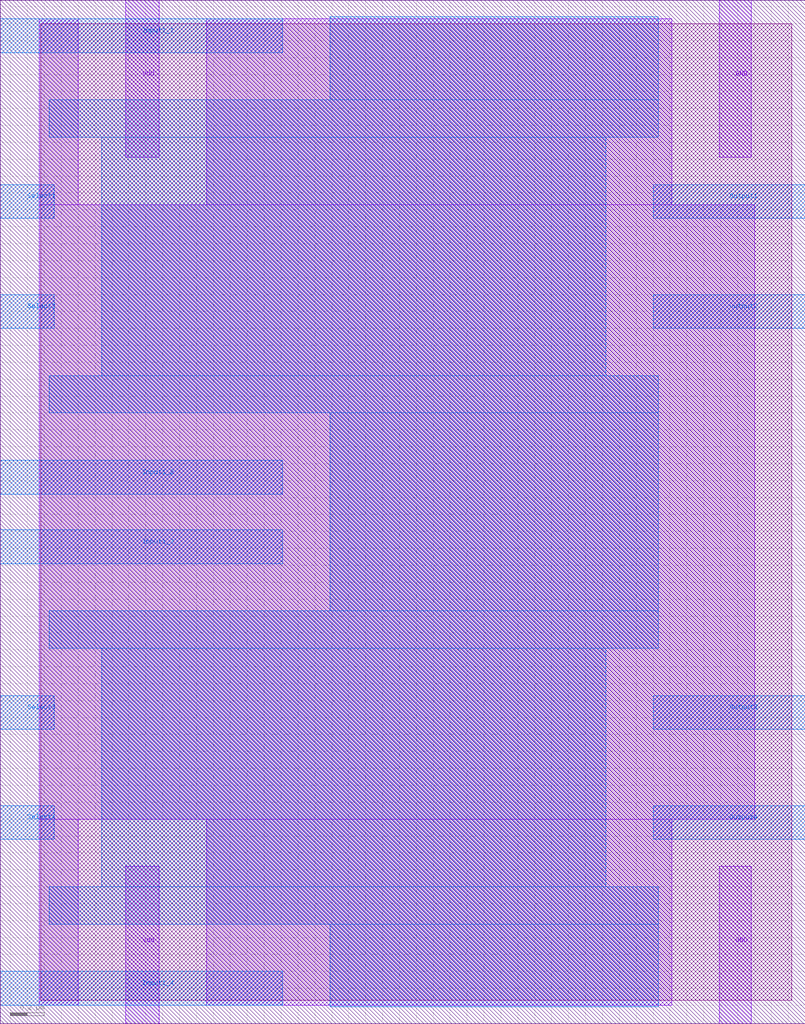
<source format=lef>
VERSION 5.7 ;
  NOWIREEXTENSIONATPIN ON ;
  DIVIDERCHAR "/" ;
  BUSBITCHARS "[]" ;
UNITS
  DATABASE MICRONS 200 ;
END UNITS

LAYER via2
  TYPE CUT ;
END via2

LAYER via
  TYPE CUT ;
END via

LAYER nwell
  TYPE MASTERSLICE ;
END nwell

LAYER via3
  TYPE CUT ;
END via3

LAYER pwell
  TYPE MASTERSLICE ;
END pwell

LAYER via4
  TYPE CUT ;
END via4

LAYER mcon
  TYPE CUT ;
END mcon

LAYER met6
  TYPE ROUTING ;
  WIDTH 0.030000 ;
  SPACING 0.040000 ;
  DIRECTION HORIZONTAL ;
END met6

LAYER met1
  TYPE ROUTING ;
  WIDTH 0.140000 ;
  SPACING 0.140000 ;
  DIRECTION HORIZONTAL ;
END met1

LAYER met3
  TYPE ROUTING ;
  WIDTH 0.300000 ;
  SPACING 0.300000 ;
  DIRECTION HORIZONTAL ;
END met3

LAYER met2
  TYPE ROUTING ;
  WIDTH 0.140000 ;
  SPACING 0.140000 ;
  DIRECTION HORIZONTAL ;
END met2

LAYER met4
  TYPE ROUTING ;
  WIDTH 0.300000 ;
  SPACING 0.300000 ;
  DIRECTION HORIZONTAL ;
END met4

LAYER met5
  TYPE ROUTING ;
  WIDTH 1.600000 ;
  SPACING 1.600000 ;
  DIRECTION HORIZONTAL ;
END met5

LAYER li1
  TYPE ROUTING ;
  WIDTH 0.170000 ;
  SPACING 0.170000 ;
  DIRECTION HORIZONTAL ;
END li1

MACRO sky130_hilas_Tgate4Single01
  CLASS BLOCK ;
  FOREIGN sky130_hilas_Tgate4Single01 ;
  ORIGIN 0.360 1.410 ;
  SIZE 4.760 BY 6.050 ;
  PIN Input1_4
    USE ANALOG ;
    PORT
      LAYER met2 ;
        RECT -0.360 -1.300 1.310 -1.100 ;
    END
  END Input1_4
  PIN Vdd
    USE ANALOG ;
    PORT
      LAYER met1 ;
        RECT 0.380 -1.410 0.580 -0.480 ;
    END
    PORT
      LAYER met1 ;
        RECT 0.380 3.710 0.580 4.640 ;
    END
  END Vdd
  PIN Select4
    USE ANALOG ;
    PORT
      LAYER met2 ;
        RECT -0.360 -0.320 -0.040 -0.120 ;
    END
  END Select4
  PIN Select3
    USE ANALOG ;
    PORT
      LAYER met2 ;
        RECT -0.360 0.330 -0.040 0.530 ;
    END
  END Select3
  PIN Input1_3
    USE ANALOG ;
    PORT
      LAYER met2 ;
        RECT -0.360 1.310 1.310 1.510 ;
    END
  END Input1_3
  PIN Input1_2
    USE ANALOG ;
    PORT
      LAYER met2 ;
        RECT -0.360 1.720 1.310 1.920 ;
    END
  END Input1_2
  PIN Select2
    USE ANALOG ;
    PORT
      LAYER met2 ;
        RECT -0.360 2.700 -0.040 2.900 ;
    END
  END Select2
  PIN Select1
    USE ANALOG ;
    PORT
      LAYER met2 ;
        RECT -0.360 3.350 -0.040 3.550 ;
    END
  END Select1
  PIN Input1_1
    USE ANALOG ;
    PORT
      LAYER met2 ;
        RECT -0.360 4.330 1.310 4.530 ;
    END
  END Input1_1
  PIN GND
    USE GROUND ;
    PORT
      LAYER met1 ;
        RECT 3.890 3.710 4.080 4.640 ;
    END
    PORT
      LAYER met1 ;
        RECT 3.890 -1.410 4.080 -0.480 ;
    END
  END GND
  PIN Output1
    USE ANALOG ;
    PORT
      LAYER met2 ;
        RECT 3.500 3.350 4.400 3.550 ;
    END
  END Output1
  PIN Output2
    USE ANALOG ;
    PORT
      LAYER met2 ;
        RECT 3.500 2.700 4.400 2.900 ;
    END
  END Output2
  PIN Output3
    USE ANALOG ;
    PORT
      LAYER met2 ;
        RECT 3.500 0.330 4.400 0.530 ;
    END
  END Output3
  PIN Output4
    USE ANALOG ;
    PORT
      LAYER met2 ;
        RECT 3.500 -0.320 4.400 -0.120 ;
    END
  END Output4
  OBS
      LAYER li1 ;
        RECT -0.120 -1.270 4.320 4.500 ;
      LAYER met1 ;
        RECT -0.130 3.430 0.100 4.530 ;
        RECT 0.860 3.430 3.610 4.530 ;
        RECT -0.130 -0.200 4.100 3.430 ;
        RECT -0.130 -1.300 0.100 -0.200 ;
        RECT 0.860 -1.300 3.610 -0.200 ;
      LAYER met2 ;
        RECT 1.590 4.050 3.530 4.540 ;
        RECT -0.070 3.830 3.530 4.050 ;
        RECT 0.240 2.420 3.220 3.830 ;
        RECT -0.070 2.200 3.530 2.420 ;
        RECT 1.590 1.030 3.530 2.200 ;
        RECT -0.070 0.810 3.530 1.030 ;
        RECT 0.240 -0.600 3.220 0.810 ;
        RECT -0.070 -0.820 3.530 -0.600 ;
        RECT 1.590 -1.310 3.530 -0.820 ;
  END
END sky130_hilas_Tgate4Single01
END LIBRARY


</source>
